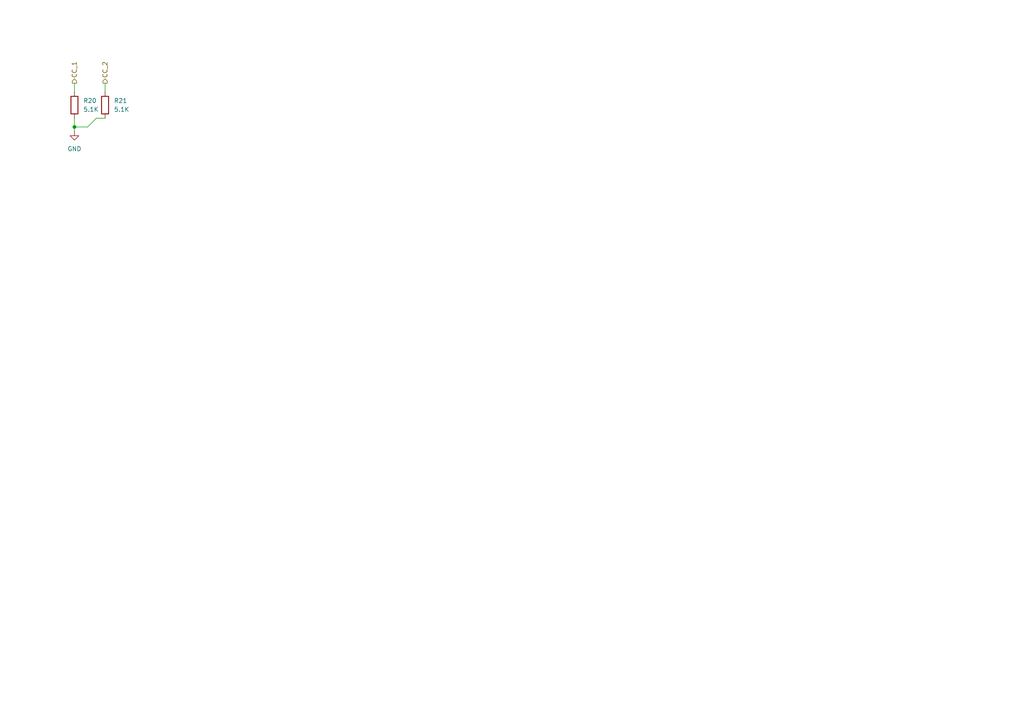
<source format=kicad_sch>
(kicad_sch (version 20250114) (generator "eeschema") (generator_version "9.0")
  (paper "A4")
  (lib_symbols
    (symbol "Device:R" (pin_numbers (hide yes)) (pin_names (offset 0))
      (property "Reference" "R" (at 2.032 0 90))
      (property "Value" "R" (at 0 0 90))
      (symbol "R_0_1"
        (rectangle (start -1.016 -2.54) (end 1.016 2.54) (stroke (width 0.254)))
      )
      (symbol "R_1_1"
        (pin passive line (at 0 3.81 270) (length 1.27) (name "~") (number "1"))
        (pin passive line (at 0 -3.81 90) (length 1.27) (name "~") (number "2"))
      )
    )
    (symbol "power:GND" (power) (pin_numbers (hide yes)) (pin_names (offset 0) (hide yes))
      (property "Value" "GND" (at 0 -3.81 0))
      (symbol "GND_0_1"
        (polyline (pts (xy 0 0) (xy 0 -1.27) (xy 1.27 -1.27) (xy 0 -2.54) (xy -1.27 -1.27) (xy 0 -1.27)))
      )
      (symbol "GND_1_1"
        (pin power_in line (at 0 0 270) (length 0) (name "~") (number "1"))
      )
    )
  )
  (junction (at 21.59 36.83))
  (wire (pts (xy 25.4 36.83) (xy 21.59 36.83)))
  (wire (pts (xy 27.94 34.29) (xy 25.4 36.83)))
  (wire (pts (xy 21.59 36.83) (xy 21.59 38.1)))
  (wire (pts (xy 21.59 26.67) (xy 21.59 24.13)))
  (wire (pts (xy 30.48 24.13) (xy 30.48 26.67)))
  (wire (pts (xy 30.48 34.29) (xy 27.94 34.29)))
  (wire (pts (xy 21.59 34.29) (xy 21.59 36.83)))
  (hierarchical_label "CC_2" (shape output) (at 30.48 24.13 90))
  (hierarchical_label "CC_1" (shape output) (at 21.59 24.13 90))
  (symbol (lib_id "Device:R") (at 21.59 30.48 0) (unit 1)
    (property "Reference" "R20" (at 24.13 29.2099 0) (effects (justify left)))
    (property "Value" "5.1K" (at 24.13 31.7499 0) (effects (justify left)))
    (property "Description" "Resistor" (effects (hide yes)))
  )
  (symbol (lib_id "power:GND") (at 21.59 38.1 0) (unit 1)
    (property "Reference" "#PWR031" (effects (hide yes)))
    (property "Value" "GND" (at 21.59 43.18 0))
    (property "Description" "Power symbol creates a global label with name \"GND\" , ground" (effects (hide yes)))
  )
  (symbol (lib_id "Device:R") (at 30.48 30.48 0) (unit 1)
    (property "Reference" "R21" (at 33.02 29.2099 0) (effects (justify left)))
    (property "Value" "5.1K" (at 33.02 31.7499 0) (effects (justify left)))
    (property "Description" "Resistor" (effects (hide yes)))
  )
)
</source>
